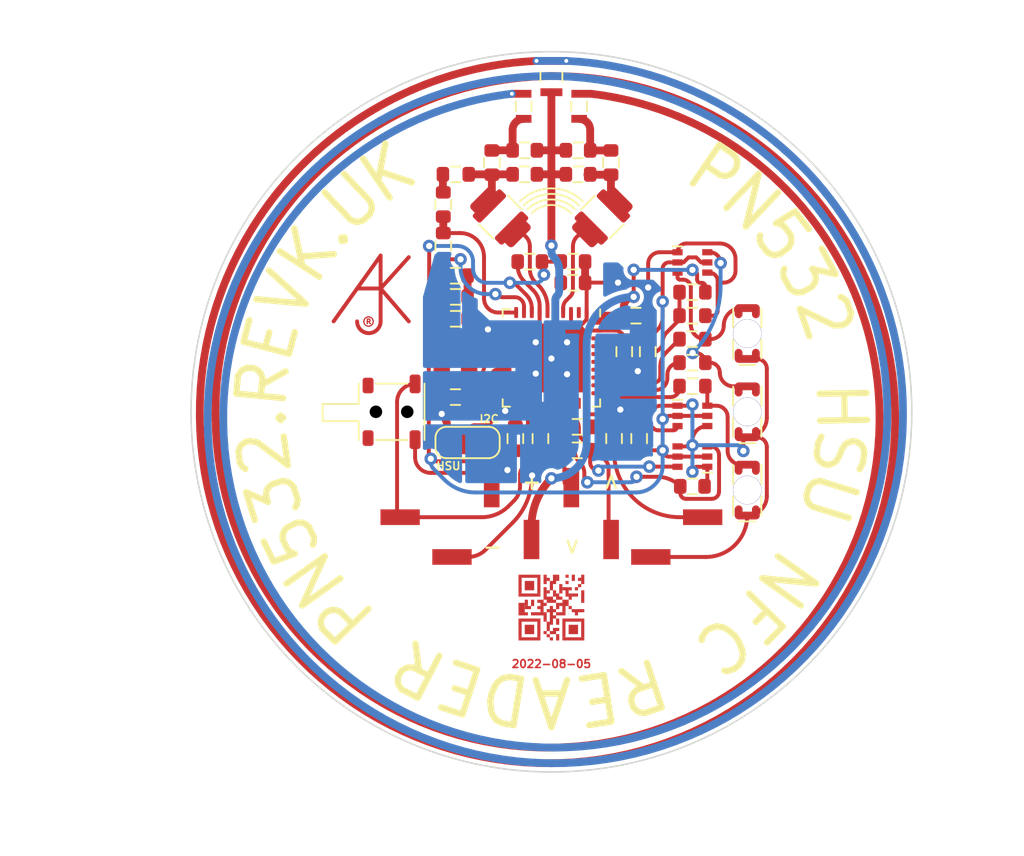
<source format=kicad_pcb>
(kicad_pcb (version 20211014) (generator pcbnew)
  (title_block (title "PN532 NFC reader (HSU)") (date "${DATE}") (rev "7") (company "Adrian Kennard Andrews & Arnold Ltd") (comment 1 "www.m.euk"))
  (layers (0 "F.Cu" signal) (31 "B.Cu" signal) (34 "B.Paste" user) (35 "F.Paste" user) (36 "B.SilkS" user "B.Silkscreen") (37 "F.SilkS" user "F.Silkscreen") (38 "B.Mask" user) (39 "F.Mask" user) (44 "Edge.Cuts" user))
  (property "DATE" "2022-08-05")
  (net 0 "")
  (net 1 "GND")
  (net 2 "Net-(C3-Pad1)")
  (net 3 "Net-(C4-Pad2)")
  (net 4 "+3V3")
  (net 5 "Net-(C8-Pad2)")
  (net 6 "Net-(C8-Pad1)")
  (net 7 "+5V")
  (net 8 "Net-(C16-Pad1)")
  (net 9 "Net-(L2-Pad2)")
  (net 10 "Net-(L1-Pad1)")
  (net 11 "Net-(D1-Pad2)")
  (net 12 "Net-(D2-Pad2)")
  (net 13 "Net-(D3-Pad2)")
  (net 14 "Net-(C9-Pad1)")
  (net 15 "Net-(C17-Pad1)")
  (net 16 "Net-(J1-Pad2)")
  (net 17 "Net-(JP1-Pad2)")
  (net 18 "Net-(D6-Pad6)")
  (net 19 "Net-(R8-Pad1)")
  (net 20 "Net-(R9-Pad1)")
  (net 21 "Net-(C19-Pad1)")
  (net 36 "Net-(A1-Pad1)")
  (net 37 "Net-(A1-Pad3)")
  (net 38 "Net-(D4-Pad3)")
  (net 39 "Net-(R6-Pad1)")
  (net 40 "Net-(R10-Pad1)")
  (net 41 "Net-(J2-Pad2)")
  (net 42 "Net-(J3-Pad3)")
  (net 43 "Net-(J3-Pad4)")
  (footprint "RevK:Crystal-3.2x2.5" (layer "F.Cu") (at 93.875 96.56 90)
    (fp_text reference "Y1" hide)
    (fp_text value "27.12MHz")
  )
  (footprint "RevK:STP_156120xx7530" (layer "F.Cu") (at 112.5 100 90)
    (fp_text reference "D2" hide)
    (fp_text value "A")
  )
  (footprint "RevK:STP_156120xx7530" (layer "F.Cu") (at 112.5 95 90)
    (fp_text reference "D3" hide)
    (fp_text value "R")
  )
  (footprint "RevK:ESE13" (layer "F.Cu") (at 89.8 100 180)
    (fp_text reference "SW1" hide)
    (fp_text value "ESE13V01D")
  )
  (footprint "RevK:STP_156120xx7530" (layer "F.Cu") (at 112.5 105 90)
    (fp_text reference "D1" hide)
    (fp_text value "G")
  )
  (footprint "RevK:C_0603" (layer "F.Cu") (at 101.375 91.76)
    (fp_text reference "C7" hide)
    (fp_text value "100nF")
  )
  (footprint "RevK:C_0603" (layer "F.Cu") (at 103.8 84.085 90)
    (fp_text reference "C3" hide)
    (fp_text value "22pF")
  )
  (footprint "RevK:C_0603" (layer "F.Cu") (at 101.7 84.835)
    (fp_text reference "C5" hide)
    (fp_text value "220pF")
  )
  (footprint "RevK:R_0603" (layer "F.Cu") (at 109 92.36)
    (fp_text reference "R6" hide)
    (fp_text value "10K")
  )
  (footprint "RevK:R_0603" (layer "F.Cu") (at 93.9 84.835)
    (fp_text reference "R4" hide)
    (fp_text value "2K7 1%")
  )
  (footprint "RevK:C_0603" (layer "F.Cu") (at 106.15 96.16 -90)
    (fp_text reference "C13" hide)
    (fp_text value "4.7uF")
  )
  (footprint "RevK:C_0603" (layer "F.Cu") (at 105.4 93.86)
    (fp_text reference "C14" hide)
    (fp_text value "100nF")
  )
  (footprint "RevK:C_0603" (layer "F.Cu") (at 93.875 91.31)
    (fp_text reference "C9" hide)
    (fp_text value "100nF")
  )
  (footprint "RevK:C_0603" (layer "F.Cu") (at 93.875 94.06)
    (fp_text reference "C16" hide)
    (fp_text value "22pF")
  )
  (footprint "RevK:R_0603" (layer "F.Cu") (at 109 96.86)
    (fp_text reference "R9" hide)
    (fp_text value "100R")
  )
  (footprint "RevK:R_0603" (layer "F.Cu") (at 109 98.36)
    (fp_text reference "R8" hide)
    (fp_text value "100R")
  )
  (footprint "RevK:R_0603" (layer "F.Cu") (at 99.3 101.71 90)
    (fp_text reference "R11" hide)
    (fp_text value "10K")
  )
  (footprint "RevK:QFN-40-1EP_6x6mm_P0.5mm_EP4.6x4.6mm" (layer "F.Cu") (at 100 96.56 -90)
    (fp_text reference "U1" hide)
    (fp_text value "PN532")
  )
  (footprint "RevK:C_0603" (layer "F.Cu") (at 93.875 99.06 180)
    (fp_text reference "C17" hide)
    (fp_text value "22pF")
  )
  (footprint "RevK:PinHeader_1x02_P2.54mm_Vertical_SMD_Pin1Right" (layer "F.Cu") (at 108 108 180)
    (fp_text reference "J1" hide)
    (fp_text value "Bell")
  )
  (footprint "RevK:C_0603" (layer "F.Cu") (at 98.625 90.41 180)
    (fp_text reference "C12" hide)
    (fp_text value "100nF")
  )
  (footprint "RevK:R_0603" (layer "F.Cu") (at 93.1 89.41 -90)
    (fp_text reference "R5" hide)
    (fp_text value "1K 1%")
  )
  (footprint "RevK:R_0603" (layer "F.Cu") (at 109 93.86)
    (fp_text reference "R7" hide)
    (fp_text value "20K")
  )
  (footprint "RevK:R_0603" (layer "F.Cu") (at 109 95.36)
    (fp_text reference "R10" hide)
    (fp_text value "100R")
  )
  (footprint "RevK:C_0603" (layer "F.Cu") (at 97.7 101.71 90)
    (fp_text reference "C18" hide)
    (fp_text value "100nF")
  )
  (footprint "RevK:C_0603" (layer "F.Cu") (at 104.65 96.16 -90)
    (fp_text reference "C11" hide)
    (fp_text value "100nF")
  )
  (footprint "RevK:C_0603" (layer "F.Cu") (at 93.1 86.76 90)
    (fp_text reference "C8" hide)
    (fp_text value "1nF")
  )
  (footprint "RevK:PinHeader_1x04_P2.54mm_Vertical_SMD_Pin1Right" (layer "F.Cu") (at 100 106.5 90)
    (fp_text reference "J3" hide)
    (fp_text value "TSM-104-02-L-SV")
  )
  (footprint "RevK:C_0603" (layer "F.Cu") (at 101.375 90.41)
    (fp_text reference "C10" hide)
    (fp_text value "4.7uF")
  )
  (footprint "RevK:C_0603" (layer "F.Cu") (at 101.7 83.3 180)
    (fp_text reference "C1" hide)
    (fp_text value "160pF")
  )
  (footprint "RevK:C_0603" (layer "F.Cu") (at 98.3 84.835 180)
    (fp_text reference "C6" hide)
    (fp_text value "220pF")
  )
  (footprint "RevK:R_0603" (layer "F.Cu") (at 105.6 101.71 90)
    (fp_text reference "R15" hide)
    (fp_text value "10K")
  )
  (footprint "RevK:SolderJumper3" (layer "F.Cu") (at 94.65 101.96)
    (fp_text reference "JP1" hide)
    (fp_text value "I1" hide)
  )
  (footprint "RevK:R_0603" (layer "F.Cu") (at 101.65 102.46)
    (fp_text reference "R13" hide)
    (fp_text value "100R")
  )
  (footprint "RevK:C_0603" (layer "F.Cu") (at 93.875 92.66)
    (fp_text reference "C15" hide)
    (fp_text value "4.7uF")
  )
  (footprint "RevK:R_0603" (layer "F.Cu") (at 101.65 100.96 180)
    (fp_text reference "R14" hide)
    (fp_text value "100R")
  )
  (footprint "RevK:L_1206_1008" (layer "F.Cu") (at 103.25 87.56 45)
    (fp_text reference "L1" hide)
    (fp_text value "560nH")
  )
  (footprint "RevK:L_1206_1008" (layer "F.Cu") (at 96.75 87.56 -45)
    (fp_text reference "L2" hide)
    (fp_text value "560nH")
  )
  (footprint "RevK:C_0603" (layer "F.Cu") (at 96.2 84.085 -90)
    (fp_text reference "C4" hide)
    (fp_text value "22pF")
  )
  (footprint "RevK:R_0603" (layer "F.Cu") (at 104 101.71 -90)
    (fp_text reference "R12" hide)
    (fp_text value "100R")
  )
  (footprint "RevK:SOT-363_SC-70-6" (layer "F.Cu") (at 109 90.46)
    (fp_text reference "D5" hide)
    (fp_text value "BAV99S")
  )
  (footprint "RevK:QR-PN532" (layer "F.Cu") (at 100 112.5)
    (fp_text reference "U2" hide)
    (fp_text value "QR" hide)
  )
  (footprint "RevK:C_0603" (layer "F.Cu") (at 109 104.76)
    (fp_text reference "C19" hide)
    (fp_text value "33pF")
  )
  (footprint "RevK:SOT-363_SC-70-6" (layer "F.Cu") (at 109 100.26)
    (fp_text reference "D4" hide)
    (fp_text value "BAV99S")
  )
  (footprint "RevK:SOT-363_SC-70-6" (layer "F.Cu") (at 109 102.86 180)
    (fp_text reference "D6" hide)
    (fp_text value "BAV99S")
  )
  (footprint "RevK:AJK" (layer "F.Cu") (at 89.1 92.125)
    (fp_text reference "AJK1" hide)
    (fp_text value "AJK" hide)
  )
  (footprint "RevK:C_0603" (layer "F.Cu") (at 98.3 83.3 180)
    (fp_text reference "C2" hide)
    (fp_text value "160pF")
  )
  (footprint "RevK:R_0805_" (layer "F.Cu") (at 100 78.59 90)
    (fp_text reference "R2" hide)
    (fp_text value "0R")
  )
  (footprint "RevK:PinHeader_1x02_P2.54mm_Vertical_SMD_Pin1Left" (layer "F.Cu") (at 92 108 180)
    (fp_text reference "J2" hide)
    (fp_text value "Bell")
  )
  (footprint "RevK:R_0603_" (layer "F.Cu") (at 101.77 80.49 90)
    (fp_text reference "R3" hide)
    (fp_text value "0R")
  )
  (footprint "RevK:R_0603_" (layer "F.Cu") (at 98.23 80.49 90)
    (fp_text reference "R1" hide)
    (fp_text value "0R")
  )
  (footprint "RevK:PN532-Antenna6" (layer "F.Cu") (at 100 100)
    (fp_text reference "A1" hide)
    (fp_text value "PN532-Antenna" hide)
    (fp_circle (center 0 0) (end 23 0) (layer "Edge.Cuts") (width 0.1) (fill none))
  )
  (gr_arc (start 98.250001 86.810001) (mid 100 86.085128) (end 101.749999 86.810001) (layer "F.SilkS") (width 0.12))
  (gr_arc (start 98.750001 87.310001) (mid 100 86.792234) (end 101.249999 87.310001) (layer "F.SilkS") (width 0.12))
  (gr_arc (start 98.000001 86.560001) (mid 100 85.731574) (end 101.999999 86.560001) (layer "F.SilkS") (width 0.12))
  (gr_arc (start 98.500001 87.060001) (mid 100 86.438681) (end 101.499999 87.060001) (layer "F.SilkS") (width 0.12))
  (gr_text "I2C" (at 96.7 100.46) (layer "F.SilkS") (effects (font (size 0.5 0.5) (thickness 0.1)) (justify right)))
  (gr_text "HSU" (at 92.6 103.46) (layer "F.SilkS") (effects (font (size 0.5 0.5) (thickness 0.1)) (justify left)))
  (gr_text "<" (at 101.25 107.9 90) (layer "F.SilkS") (effects (font (size 1 1)) (justify right)))
  (gr_text ">" (at 103.75 103.75 90) (layer "F.SilkS") (effects (font (size 1 1)) (justify right)))
  (gr_text "-" (at 96.25 108.75 180) (layer "F.SilkS") (effects (font (size 1 1))))
  (gr_text "+" (at 98.75 104.6 180) (layer "F.SilkS") (effects (font (size 1 1))))
  (segment (start 106.175 92.06) (end 106.175 93.86) (width 0.5) (layer "F.Cu") (net 1))
  (segment (start 105.525 97.392857) (end 105.514175 97.403682) (width 0.5) (layer "F.Cu") (net 1))
  (segment (start 109.95 104.585) (end 109.775 104.76) (width 0.25) (layer "F.Cu") (net 1))
  (segment (start 112.25 102.5) (end 112.25 101.875) (width 0.25) (layer "F.Cu") (net 1))
  (segment (start 108.949253 99.61) (end 109.023753 99.5355) (width 0.25) (layer "F.Cu") (net 1))
  (segment (start 100 89.385) (end 100 79.59) (width 0.5) (layer "F.Cu") (net 1))
  (segment (start 96.975066 103.783932) (end 97.129002 103.783932) (width 0.25) (layer "F.Cu") (net 1))
  (segment (start 91.3 101.78) (end 91.3 102.9) (width 0.25) (layer "F.Cu") (net 1))
  (segment (start 93.35 101.96) (end 93.35 100.979474) (width 0.5) (layer "F.Cu") (net 1))
  (segment (start 94.678479 109.27) (end 93.655 109.27) (width 0.25) (layer "F.Cu") (net 1))
  (segment (start 99.075 84.835) (end 99.95 84.835) (width 0.5) (layer "F.Cu") (net 1))
  (segment (start 102.16 91.75) (end 104.25 91.75) (width 0.25) (layer "F.Cu") (net 1))
  (segment (start 102.25 93.66) (end 102.25 92.001421) (width 0.25) (layer "F.Cu") (net 1))
  (segment (start 101.25 93.535) (end 101.25 95.31) (width 0.25) (layer "F.Cu") (net 1))
  (segment (start 108.925 102.21) (end 109 102.135) (width 0.25) (layer "F.Cu") (net 1))
  (segment (start 111.75 90.25) (end 111.75 91) (width 0.25) (layer "F.Cu") (net 1))
  (segment (start 94.65 92.66) (end 94.65 94.06) (width 0.5) (layer "F.Cu") (net 1))
  (segment (start 99.25 93.535) (end 99.25 95.31) (width 0.25) (layer "F.Cu") (net 1))
  (segment (start 99.075 83.3) (end 100.925 83.3) (width 0.5) (layer "F.Cu") (net 1))
  (segment (start 104.4 99.86) (end 106.358579 99.86) (width 0.25) (layer "F.Cu") (net 1))
  (segment (start 110.6125 91.8875) (end 110.6125 93.5475) (width 0.25) (layer "F.Cu") (net 1))
  (segment (start 92.3 103.9) (end 95.245 103.9) (width 0.25) (layer "F.Cu") (net 1))
  (segment (start 106.962132 99.61) (end 108.05 99.61) (width 0.25) (layer "F.Cu") (net 1))
  (segment (start 106.92 89.81) (end 108.05 89.81) (width 0.25) (layer "F.Cu") (net 1))
  (segment (start 111 91.75) (end 110.75 91.75) (width 0.25) (layer "F.Cu") (net 1))
  (segment (start 102.15 90.41) (end 102.15 91.76) (width 0.5) (layer "F.Cu") (net 1))
  (segment (start 109.855 109.27) (end 106.845 109.27) (width 0.25) (layer "F.Cu") (net 1))
  (segment (start 94.75 95.41) (end 95.275 95.41) (width 0.5) (layer "F.Cu") (net 1))
  (segment (start 112.5 101.625) (end 113.125 101.625) (width 0.25) (layer "F.Cu") (net 1))
  (segment (start 102.25 93.66) (end 102.25 94.03929) (width 0.25) (layer "F.Cu") (net 1))
  (segment (start 110.3 93.86) (end 109.825 93.86) (width 0.25) (layer "F.Cu") (net 1))
  (segment (start 102.2 94.16) (end 101.141422 95.218578) (width 0.25) (layer "F.Cu") (net 1))
  (segment (start 97.85 90.41) (end 97.85 90.682451) (width 0.25) (layer "F.Cu") (net 1))
  (segment (start 113.75 97.25) (end 113.75 100.375) (width 0.25) (layer "F.Cu") (net 1))
  (segment (start 97.129002 103.783932) (end 97.195244 103.71769) (width 0.25) (layer "F.Cu") (net 1))
  (segment (start 94.65 94.06) (end 94.65 95.31) (width 0.5) (layer "F.Cu") (net 1))
  (segment (start 94.65 91.31) (end 94.65 92.66) (width 0.5) (layer "F.Cu") (net 1))
  (segment (start 109.32 103.51) (end 109.95 103.51) (width 0.25) (layer "F.Cu") (net 1))
  (segment (start 105.525 96.935) (end 106.25 96.935) (width 0.5) (layer "F.Cu") (net 1))
  (segment (start 93.1 99.06) (end 93.1 99.893079) (width 0.5) (layer "F.Cu") (net 1))
  (segment (start 99.25 95.31) (end 99 95.56) (width 0.25) (layer "F.Cu") (net 1))
  (segment (start 109 101.86) (end 109 102.135) (width 0.25) (layer "F.Cu") (net 1))
  (segment (start 98.75 97.81) (end 99 97.56) (width 0.25) (layer "F.Cu") (net 1))
  (segment (start 96.975 96.81) (end 98.25 96.81) (width 0.25) (layer "F.Cu") (net 1))
  (segment (start 104.75 96.935) (end 105.525 96.935) (width 0.5) (layer "F.Cu") (net 1))
  (segment (start 93.1 99.06) (end 93.1 97.81) (width 0.5) (layer "F.Cu") (net 1))
  (segment (start 98.25 96.81) (end 99 97.56) (width 0.25) (layer "F.Cu") (net 1))
  (segment (start 96.19 104.845) (end 96.19 104.81) (width 0.25) (layer "F.Cu") (net 1))
  (segment (start 100.925 84.835) (end 99.95 84.835) (width 0.5) (layer "F.Cu") (net 1))
  (segment (start 98.828475 92.231525) (end 98.253475 91.656525) (width 0.25) (layer "F.Cu") (net 1))
  (segment (start 105.525 96.935) (end 105.525 97.392857) (width 0.5) (layer "F.Cu") (net 1))
  (segment (start 109.95 91.11) (end 110.075 91.11) (width 0.25) (layer "F.Cu") (net 1))
  (segment (start 113.75 102.25) (end 113.75 105.375) (width 0.25) (layer "F.Cu") (net 1))
  (segment (start 108.05 102.21) (end 108.925 102.21) (width 0.25) (layer "F.Cu") (net 1))
  (segment (start 110.6125 91.6475) (end 110.6125 91.8875) (width 0.25) (layer "F.Cu") (net 1))
  (segment (start 97.583466 94.343466) (end 98.658578 95.418578) (width 0.25) (layer "F.Cu") (net 1))
  (segment (start 97.7 100.935) (end 97.7 100.585251) (width 0.25) (layer "F.Cu") (net 1))
  (segment (start 101.25 95.31) (end 101 95.56) (width 0.25) (layer "F.Cu") (net 1))
  (segment (start 109.95 103.51) (end 109.95 104.585) (width 0.25) (layer "F.Cu") (net 1))
  (segment (start 108.05 99.61) (end 108.949253 99.61) (width 0.25) (layer "F.Cu") (net 1))
  (segment (start 108.61 89.25) (end 110.75 89.25) (width 0.25) (layer "F.Cu") (net 1))
  (segment (start 95.803854 108.803854) (end 97.51751 107.090197) (width 0.25) (layer "F.Cu") (net 1))
  (segment (start 96.975 97.81) (end 98.75 97.81) (width 0.25) (layer "F.Cu") (net 1))
  (segment (start 97.1 94.31) (end 97.502672 94.31) (width 0.25) (layer "F.Cu") (net 1))
  (segment (start 106.175 92.06) (end 106.175 90.555) (width 0.25) (layer "F.Cu") (net 1))
  (segment (start 112.5 96.625) (end 113.125 96.625) (width 0.25) (layer "F.Cu") (net 1))
  (segment (start 99.25 93.66) (end 99.25 93.249176) (width 0.25) (layer "F.Cu") (net 1))
  (via (at 104.4 99.86) (size 0.8) (drill 0.4) (layers "F.Cu" "B.Cu") (net 1))
  (via (at 93 100.1345) (size 0.8) (drill 0.4) (layers "F.Cu" "B.Cu") (net 1))
  (via (at 101 97.6) (size 0.8) (drill 0.4) (layers "F.Cu" "B.Cu") (net 1))
  (via (at 105.514175 97.403682) (size 0.8) (drill 0.4) (layers "F.Cu" "B.Cu") (net 1))
  (via (at 100 89.385) (size 0.8) (drill 0.4) (layers "F.Cu" "B.Cu") (net 1))
  (via (at 100 96.6) (size 0.8) (drill 0.4) (layers "F.Cu" "B.Cu") (net 1))
  (via (at 109 103.83) (size 0.8) (drill 0.4) (layers "F.Cu" "B.Cu") (net 1))
  (via (at 99 95.56) (size 0.8) (drill 0.4) (layers "F.Cu" "B.Cu") (net 1))
  (via (at 99 97.56) (size 0.8) (drill 0.4) (layers "F.Cu" "B.Cu") (net 1))
  (via (at 97.053825 99.939076) (size 0.8) (drill 0.4) (layers "F.Cu" "B.Cu") (net 1))
  (via (at 104.25 91.75) (size 0.8) (drill 0.4) (layers "F.Cu" "B.Cu") (net 1))
  (via (at 97.195244 103.71769) (size 0.8) (drill 0.4) (layers "F.Cu" "B.Cu") (net 1))
  (via (at 106.175 92.06) (size 0.8) (drill 0.4) (layers "F.Cu" "B.Cu") (net 1))
  (via (at 109 99.5355) (size 0.8) (drill 0.4) (layers "F.Cu" "B.Cu") (net 1))
  (via (at 98.769153 104.068465) (size 0.8) (drill 0.4) (layers "F.Cu" "B.Cu") (net 1))
  (via (at 109 102.135) (size 0.8) (drill 0.4) (layers "F.Cu" "B.Cu") (net 1))
  (via (at 101 95.56) (size 0.8) (drill 0.4) (layers "F.Cu" "B.Cu") (net 1))
  (via (at 112.25 102.5) (size 0.8) (drill 0.4) (layers "F.Cu" "B.Cu") (net 1))
  (via (at 95.95 94.735) (size 0.8) (drill 0.4) (layers "F.Cu" "B.Cu") (net 1))
  (arc (start 97.502672 94.31) (mid 97.546397 94.318698) (end 97.583466 94.343466) (width 0.25) (layer "F.Cu") (net 1))
  (arc (start 102.25 94.03929) (mid 102.237006 94.104617) (end 102.2 94.16) (width 0.25) (layer "F.Cu") (net 1))
  (arc (start 91.3 102.9) (mid 91.592893 103.607107) (end 92.3 103.9) (width 0.25) (layer "F.Cu") (net 1))
  (arc (start 96.19 104.81) (mid 96.409045 104.164713) (end 96.975066 103.783932) (width 0.25) (layer "F.Cu") (net 1))
  (arc (start 106.175 90.555) (mid 106.393205 90.028205) (end 106.92 89.81) (width 0.25) (layer "F.Cu") (net 1))
  (arc (start 106.358579 99.86) (mid 106.489235 99.834011) (end 106.6 99.76) (width 0.25) (layer "F.Cu") (net 1))
  (arc (start 113.75 105.375) (mid 113.383883 106.258883) (end 112.5 106.625) (width 0.25) (layer "F.Cu") (net 1))
  (arc (start 111.75 91) (mid 111.53033 91.53033) (end 111 91.75) (width 0.25) (layer "F.Cu") (net 1))
  (arc (start 93.35 100.979474) (mid 93.259038 100.522178) (end 93 100.1345) (width 0.5) (layer "F.Cu") (net 1))
  (arc (start 98.769153 104.068465) (mid 98.443862 105.703815) (end 97.51751 107.090197) (width 0.25) (layer "F.Cu") (net 1))
  (arc (start 113.125 101.625) (mid 113.566942 101.808058) (end 113.75 102.25) (width 0.25) (layer "F.Cu") (net 1))
  (arc (start 109 103.83) (mid 109.093726 103.603726) (end 109.32 103.51) (width 0.25) (layer "F.Cu") (net 1))
  (arc (start 97.85 90.682451) (mid 97.95486 91.209616) (end 98.253475 91.656525) (width 0.25) (layer "F.Cu") (net 1))
  (arc (start 102.15 91.76) (mid 102.152929 91.752929) (end 102.16 91.75) (width 0.25) (layer "F.Cu") (net 1))
  (arc (start 101.141422 95.218578) (mid 101.036755 95.375223) (end 101 95.56) (width 0.25) (layer "F.Cu") (net 1))
  (arc (start 113.125 96.625) (mid 113.566942 96.808058) (end 113.75 97.25) (width 0.25) (layer "F.Cu") (net 1))
  (arc (start 102.25 92.001421) (mid 102.224011 91.870765) (end 102.15 91.76) (width 0.25) (layer "F.Cu") (net 1))
  (arc (start 110.75 89.25) (mid 111.457107 89.542893) (end 111.75 90.25) (width 0.25) (layer "F.Cu") (net 1))
  (arc (start 109.95 100.91) (mid 109.278249 101.188249) (end 109 101.86) (width 0.25) (layer "F.Cu") (net 1))
  (arc (start 108.05 89.81) (mid 108.21402 89.41402) (end 108.61 89.25) (width 0.25) (layer "F.Cu") (net 1))
  (arc (start 106.6 99.76) (mid 106.766147 99.648984) (end 106.962132 99.61) (width 0.25) (layer "F.Cu") (net 1))
  (arc (start 93.1 99.893079) (mid 93.074011 100.023735) (end 93 100.1345) (width 0.5) (layer "F.Cu") (net 1))
  (arc (start 110.75 91.75) (mid 110.652773 91.790273) (end 110.6125 91.8875) (width 0.25) (layer "F.Cu") (net 1))
  (arc (start 112.25 101.875) (mid 112.323223 101.698223) (end 112.5 101.625) (width 0.25) (layer "F.Cu") (net 1))
  (arc (start 95.245 103.9) (mid 95.913216 104.176784) (end 96.19 104.845) (width 0.25) (layer "F.Cu") (net 1))
  (arc (start 94.65 95.31) (mid 94.679289 95.380711) (end 94.75 95.41) (width 0.5) (layer "F.Cu") (net 1))
  (arc (start 97.7 100.585251) (mid 97.51074 100.128336) (end 97.053825 99.939076) (width 0.25) (layer "F.Cu") (net 1))
  (arc (start 113.75 100.375) (mid 113.383883 101.258883) (end 112.5 101.625) (width 0.25) (layer "F.Cu") (net 1))
  (arc (start 95.803854 108.803854) (mid 95.287527 109.148853) (end 94.678479 109.27) (width 0.25) (layer "F.Cu") (net 1))
  (arc (start 112.5 106.625) (mid 111.725297 108.495297) (end 109.855 109.27) (width 0.25) (layer "F.Cu") (net 1))
  (arc (start 95.275 95.41) (mid 95.752297 95.212297) (end 95.95 94.735) (width 0.5) (layer "F.Cu") (net 1))
  (arc (start 93.1 97.81) (mid 93.070711 97.739289) (end 93 97.71) (width 0.5) (layer "F.Cu") (net 1))
  (arc (start 98.658578 95.418578) (mid 98.815223 95.523245) (end 99 95.56) (width 0.25) (layer "F.Cu") (net 1))
  (arc (start 110.6125 93.5475) (mid 110.520971 93.768471) (end 110.3 93.86) (width 0.25) (layer "F.Cu") (net 1))
  (arc (start 99.25 93.249176) (mid 99.14045 92.698428) (end 98.828475 92.231525) (width 0.25) (layer "F.Cu") (net 1))
  (arc (start 110.075 91.11) (mid 110.45507 91.26743) (end 110.6125 91.6475) (width 0.25) (layer "F.Cu") (net 1))
  (segment (start 109 102.135) (end 111.885 102.135) (width 0.25) (layer "B.Cu") (net 1))
  (segment (start 109 102.135) (end 109 103.83) (width 0.25) (layer "B.Cu") (net 1))
  (segment (start 109 102.135) (end 109 99.5355) (width 0.25) (layer "B.Cu") (net 1))
  (segment (start 100.499501 90.95377) (end 100.499501 92.249073) (width 0.5) (layer "B.Cu") (net 1))
  (segment (start 100.75 95.56) (end 101 95.56) (width 0.5) (layer "B.Cu") (net 1))
  (segment (start 100 89.385) (end 100 89.747868) (width 0.5) (layer "B.Cu") (net 1))
  (segment (start 100.25 92.851421) (end 100.25 95.06) (width 0.5) (layer "B.Cu") (net 1))
  (arc (start 100 89.747868) (mid 100.038983 89.943852) (end 100.15 90.11) (width 0.5) (layer "B.Cu") (net 1))
  (arc (start 100.15 90.11) (mid 100.408669 90.497125) (end 100.499501 90.95377) (width 0.5) (layer "B.Cu") (net 1))
  (arc (start 100.499501 92.249073) (mid 100.460647 92.444405) (end 100.35 92.61) (width 0.5) (layer "B.Cu") (net 1))
  (arc (start 111.885 102.135) (mid 112.143094 102.241906) (end 112.25 102.5) (width 0.25) (layer "B.Cu") (net 1))
  (arc (start 100.25 95.06) (mid 100.396447 95.413553) (end 100.75 95.56) (width 0.5) (layer "B.Cu") (net 1))
  (arc (start 100.35 92.61) (mid 100.275989 92.720765) (end 100.25 92.851421) (width 0.5) (layer "B.Cu") (net 1))
  (segment (start 103.8 84.835) (end 103.8 86.130102) (width 0.5) (layer "F.Cu") (net 2))
  (segment (start 103.8 84.86) (end 102.3 84.86) (width 0.5) (layer "F.Cu") (net 2))
  (segment (start 103.8 86.130102) (end 104.239949 86.570051) (width 0.5) (layer "F.Cu") (net 2))
  (segment (start 96.175 84.835) (end 96.2 84.86) (width 0.5) (layer "F.Cu") (net 3))
  (segment (start 96.2 86.130102) (end 95.760051 86.570051) (width 0.5) (layer "F.Cu") (net 3))
  (segment (start 94.725 84.835) (end 96.175 84.835) (width 0.5) (layer "F.Cu") (net 3))
  (segment (start 97.525 84.835) (end 96.225 84.835) (width 0.5) (layer "F.Cu") (net 3))
  (segment (start 96.2 84.835) (end 96.2 86.130102) (width 0.5) (layer "F.Cu") (net 3))
  (segment (start 96.225 84.835) (end 96.2 84.86) (width 0.5) (layer "F.Cu") (net 3))
  (segment (start 92.46 103.16) (end 95.4 103.16) (width 0.25) (layer "F.Cu") (net 4))
  (segment (start 107.1 93.96) (end 107.1 92.96) (width 0.25) (layer "F.Cu") (net 4))
  (segment (start 100.6 91.76) (end 100.6 92.177158) (width 0.25) (layer "F.Cu") (net 4))
  (segment (start 108.43 90.46) (end 108.75 90.14) (width 0.25) (layer "F.Cu") (net 4))
  (segment (start 98.5 100.301421) (end 98.5 102.424645) (width 0.25) (layer "F.Cu") (net 4))
  (segment (start 107.1 92.96) (end 107.1 90.86) (width 0.25) (layer "F.Cu") (net 4))
  (segment (start 98.75 93.66) (end 98.75 93.392957) (width 0.25) (layer "F.Cu") (net 4))
  (segment (start 97.824149 91.956399) (end 98.388875 92.521125) (width 0.25) (layer "F.Cu") (net 4))
  (segment (start 95.95 101.96) (end 95.95 102.61) (width 0.25) (layer "F.Cu") (net 4))
  (segment (start 108.05 90.46) (end 108.43 90.46) (width 0.25) (layer "F.Cu") (net 4))
  (segment (start 92.175489 93.434511) (end 92.175489 102.875489) (width 0.25) (layer "F.Cu") (net 4))
  (segment (start 99.3 102.585) (end 99.275 102.585) (width 0.25) (layer "F.Cu") (net 4))
  (segment (start 107.5 102.86) (end 108.05 102.86) (width 0.25) (layer "F.Cu") (net 4))
  (segment (start 109.56 90.46) (end 109.95 90.46) (width 0.25) (layer "F.Cu") (net 4))
  (segment (start 102.9 94.81) (end 104.075 94.81) (width 0.25) (layer "F.Cu") (net 4))
  (segment (start 99.25 102.485) (end 99.3 102.535) (width 0.25) (layer "F.Cu") (net 4))
  (segment (start 97.7 102.485) (end 98.525 102.485) (width 0.25) (layer "F.Cu") (net 4))
  (segment (start 92.2 89.41) (end 92.2 91.76) (width 0.25) (layer "F.Cu") (net 4))
  (segment (start 100.6 90.41) (end 99.4 90.41) (width 0.25) (layer "F.Cu") (net 4))
  (segment (start 97.424264 102.46) (end 97.7 102.46) (width 0.25) (layer "F.Cu") (net 4))
  (segment (start 108.75 90.14) (end 109.24 90.14) (width 0.25) (layer "F.Cu") (net 4))
  (segment (start 95.95 101.96) (end 96.217158 101.96) (width 0.25) (layer "F.Cu") (net 4))
  (segment (start 109.24 90.14) (end 109.56 90.46) (width 0.25) (layer "F.Cu") (net 4))
  (segment (start 99.4 90.41) (end 99.4 91.085) (width 0.25) (layer "F.Cu") (net 4))
  (segment (start 108.05 102.86) (end 109.95 102.86) (width 0.25) (layer "F.Cu") (net 4))
  (segment (start 106.15 95.385) (end 106.6875 94.8475) (width 0.25) (layer "F.Cu") (net 4))
  (segment (start 108.05 100.26) (end 107.56129 100.26) (width 0.25) (layer "F.Cu") (net 4))
  (segment (start 107.1 102.46) (end 105.781066 102.46) (width 0.25) (layer "F.Cu") (net 4))
  (segment (start 106.15 95.385) (end 104.65 95.385) (width 0.25) (layer "F.Cu") (net 4))
  (segment (start 106.764124 94.770875) (end 106.6875 94.8475) (width 0.25) (layer "F.Cu") (net 4))
  (segment (start 98.75 99.46) (end 98.75 99.697868) (width 0.25) (layer "F.Cu") (net 4))
  (segment (start 107.5 90.46) (end 108.05 90.46) (width 0.25) (layer "F.Cu") (net 4))
  (segment (start 98.525 102.485) (end 99.25 102.485) (width 0.25) (layer "F.Cu") (net 4))
  (segment (start 108.05 100.26) (end 109.95 100.26) (width 0.25) (layer "F.Cu") (net 4))
  (segment (start 100.25 93.022132) (end 100.25 93.66) (width 0.25) (layer "F.Cu") (net 4))
  (segment (start 93.1 92.66) (end 92.95 92.66) (width 0.25) (layer "F.Cu") (net 4))
  (segment (start 100.6 90.41) (end 100.6 91.76) (width 0.25) (layer "F.Cu") (net 4))
  (via (at 97.35 91.76) (size 0.8) (drill 0.4) (layers "F.Cu" "B.Cu") (net 4))
  (via (at 107.1 92.96) (size 0.8) (drill 0.4) (layers "F.Cu" "B.Cu") (net 4))
  (via (at 92.3 103) (size 0.8) (drill 0.4) (layers "F.Cu" "B.Cu") (net 4))
  (via (at 92.2 89.41) (size 0.8) (drill 0.4) (layers "F.Cu" "B.Cu") (net 4))
  (via (at 107.1 100.459989) (size 0.8) (drill 0.4) (layers "F.Cu" "B.Cu") (net 4))
  (via (at 107.1 102.46) (size 0.8) (drill 0.4) (layers "F.Cu" "B.Cu") (net 4))
  (via (at 99.522431 91.240773) (size 0.8) (drill 0.4) (layers "F.Cu" "B.Cu") (net 4))
  (arc (start 92.175489 102.875489) (mid 92.211957 102.963532) (end 92.3 103) (width 0.25) (layer "F.Cu") (net 4))
  (arc (start 96.217158 101.96) (mid 96.47847 102.011978) (end 96.7 102.16) (width 0.25) (layer "F.Cu") (net 4))
  (arc (start 96.7 102.16) (mid 97.032294 102.382033) (end 97.424264 102.46) (width 0.25) (layer "F.Cu") (net 4))
  (arc (start 100.6 92.177158) (mid 100.548022 92.43847) (end 100.4 92.66) (width 0.25) (layer "F.Cu") (net 4))
  (arc (start 107.56129 100.26) (mid 107.299992 100.311975) (end 107.078474 100.459989) (width 0.25) (layer "F.Cu") (net 4))
  (arc (start 92.2 91.76) (mid 92.463604 92.396396) (end 93.1 92.66) (width 0.25) (layer "F.Cu") (net 4))
  (arc (start 107.1 93.96) (mid 107.012709 94.398843) (end 106.764124 94.770875) (width 0.25) (layer "F.Cu") (net 4))
  (arc (start 92.95 92.66) (mid 92.402338 92.886849) (end 92.175489 93.434511) (width 0.25) (layer "F.Cu") (net 4))
  (arc (start 98.75 93.392957) (mid 98.656147 92.921125) (end 98.388875 92.521125) (width 0.25) (layer "F.Cu") (net 4))
  (arc (start 95.4 103.16) (mid 95.788909 102.998909) (end 95.95 102.61) (width 0.25) (layer "F.Cu") (net 4))
  (arc (start 99.4 91.085) (mid 99.429289 91.155711) (end 99.5 91.185) (width 0.25) (layer "F.Cu") (net 4))
  (arc (start 107.1 90.86) (mid 107.217157 90.577157) (end 107.5 90.46) (width 0.25) (layer "F.Cu") (net 4))
  (arc (start 107.1 102.46) (mid 107.217157 102.742843) (end 107.5 102.86) (width 0.25) (layer "F.Cu") (net 4))
  (arc (start 100.4 92.66) (mid 100.288984 92.826147) (end 100.25 93.022132) (width 0.25) (layer "F.Cu") (net 4))
  (arc (start 104.075 94.81) (mid 104.481586 94.978414) (end 104.65 95.385) (width 0.25) (layer "F.Cu") (net 4))
  (arc (start 97.35 91.76) (mid 97.606608 91.811042) (end 97.824149 91.956399) (width 0.25) (layer "F.Cu") (net 4))
  (arc (start 98.5 100.301421) (mid 98.525989 100.170765) (end 98.6 100.06) (width 0.25) (layer "F.Cu") (net 4))
  (arc (start 92.46 103.16) (mid 92.346863 103.113137) (end 92.3 103) (width 0.25) (layer "F.Cu") (net 4))
  (arc (start 98.5 102.424645) (mid 98.506496 102.457308) (end 98.525 102.485) (width 0.25) (layer "F.Cu") (net 4))
  (arc (start 98.75 99.697868) (mid 98.711016 99.893852) (end 98.6 100.06) (width 0.25) (layer "F.Cu") (net 4))
  (arc (start 105.781066 102.46) (mid 105.683074 102.479492) (end 105.6 102.535) (width 0.25) (layer "F.Cu") (net 4))
  (segment (start 105.388825 105.149501) (end 95.149501 105.149501) (width 0.25) (layer "B.Cu") (net 4))
  (segment (start 97.35 91.76) (end 95.9 91.76) (width 0.25) (layer "B.Cu") (net 4))
  (segment (start 92.3 103) (end 92.3 103.219584) (width 0.25) (layer "B.Cu") (net 4))
  (segment (start 94 89.41) (end 92.2 89.41) (width 0.25) (layer "B.Cu") (net 4))
  (segment (start 107.1 100.459989) (end 107.1 92.96) (width 0.25) (layer "B.Cu") (net 4))
  (segment (start 92.47 103.63) (end 93.169257 104.329257) (width 0.25) (layer "B.Cu") (net 4))
  (segment (start 107.1 102.46) (end 107.1 100.459989) (width 0.25) (layer "B.Cu") (net 4))
  (segment (start 97.35 91.76) (end 99.003204 91.76) (width 0.25) (layer "B.Cu") (net 4))
  (segment (start 95 90.41) (end 95 90.86) (width 0.25) (layer "B.Cu") (net 4))
  (segment (start 107.1 102.46) (end 107.1 103.438326) (width 0.25) (layer "B.Cu") (net 4))
  (arc (start 95 90.41) (mid 94.707107 89.702893) (end 94 89.41) (width 0.25) (layer "B.Cu") (net 4))
  (arc (start 99.003204 91.76) (mid 99.370353 91.607922) (end 99.522431 91.240773) (width 0.25) (layer "B.Cu") (net 4))
  (arc (start 107.1 103.438326) (mid 106.598808 104.648309) (end 105.388825 105.149501) (width 0.25) (layer "B.Cu") (net 4))
  (arc (start 92.3 103.219584) (mid 92.344182 103.441699) (end 92.47 103.63) (width 0.25) (layer "B.Cu") (net 4))
  (arc (start 93.169257 104.329257) (mid 94.077801 104.936326) (end 95.149501 105.149501) (width 0.25) (layer "B.Cu") (net 4))
  (arc (start 95.9 91.76) (mid 95.263604 91.496396) (end 95 90.86) (width 0.25) (layer "B.Cu") (net 4))
  (segment (start 93.075 85.96) (end 93.1 85.985) (width 0.5) (layer "F.Cu") (net 5))
  (segment (start 93.075 84.81) (end 93.075 85.96) (width 0.5) (layer "F.Cu") (net 5))
  (segment (start 97.75 93.66) (end 96.6 93.66) (width 0.25) (layer "F.Cu") (net 6))
  (segment (start 95.7 92.76) (end 95.7 90.11) (width 0.25) (layer "F.Cu") (net 6))
  (segment (start 94.175 88.585) (end 93.1 88.585) (width 0.25) (layer "F.Cu") (net 6))
  (segment (start 93.1 87.535) (end 93.1 88.585) (width 0.5) (layer "F.Cu") (net 6))
  (arc (start 95.7 90.11) (mid 95.253338 89.031662) (end 94.175 88.585) (width 0.25) (layer "F.Cu") (net 6))
  (arc (start 96.6 93.66) (mid 95.963604 93.396396) (end 95.7 92.76) (width 0.25) (layer "F.Cu") (net 6))
  (segment (start 109.300489 91.559511) (end 109.300489 91.284778) (width 0.25) (layer "F.Cu") (net 7))
  (segment (start 109.6 91.76) (end 109.500978 91.76) (width 0.25) (layer "F.Cu") (net 7))
  (segment (start 98.73 107.316051) (end 98.73 108.155) (width 0.5) (layer "F.Cu") (net 7))
  (segment (start 104.625 93.86) (end 103.3 93.86) (width 0.5) (layer "F.Cu") (net 7))
  (segment (start 104.625 93.86) (end 104.625 93.285) (width 0.5) (layer "F.Cu") (net 7))
  (segment (start 105.25 90.96) (end 105.25 92.66) (width 0.25) (layer "F.Cu") (net 7))
  (via (at 105.25 92.66) (size 0.8) (drill 0.4) (layers "F.Cu" "B.Cu") (net 7))
  (via (at 109 90.935) (size 0.8) (drill 0.4) (layers "F.Cu" "B.Cu") (net 7))
  (via (at 100 104.25) (size 0.8) (drill 0.4) (layers "F.Cu" "B.Cu") (net 7))
  (via (at 105.25 90.935) (size 0.8) (drill 0.4) (layers "F.Cu" "B.Cu") (net 7))
  (arc (start 109.500978 91.76) (mid 109.359211 91.701278) (end 109.300489 91.559511) (width 0.25) (layer "F.Cu") (net 7))
  (arc (start 103.3 93.86) (mid 103.087868 93.947868) (end 103 94.16) (width 0.5) (layer "F.Cu") (net 7))
  (arc (start 100 104.25) (mid 99.060062 105.656716) (end 98.73 107.316051) (width 0.5) (layer "F.Cu") (net 7))
  (arc (start 104.625 93.285) (mid 104.808058 92.843058) (end 105.25 92.66) (width 0.5) (layer "F.Cu") (net 7))
  (arc (start 109.825 91.985) (mid 109.759099 91.825901) (end 109.6 91.76) (width 0.25) (layer "F.Cu") (net 7))
  (arc (start 109.300489 91.235489) (mid 109.212478 91.023011) (end 109 90.935) (width 0.25) (layer "F.Cu") (net 7))
  (segment (start 105.25 90.935) (end 109 90.935) (width 0.25) (layer "B.Cu") (net 7))
  (segment (start 102.25 95.66) (end 102.25 101.5) (width 0.5) (layer "B.Cu") (net 7))
  (segment (start 102.25 102) (end 102.25 101.5) (width 0.5) (layer "B.Cu") (net 7))
  (arc (start 105.25 92.66) (mid 103.12868 93.53868) (end 102.25 95.66) (width 0.5) (layer "B.Cu") (net 7))
  (arc (start 100 104.25) (mid 101.59099 103.59099) (end 102.25 102) (width 0.5) (layer "B.Cu") (net 7))
  (segment (start 95.175736 96.56) (end 93.74 96.56) (width 0.25) (layer "F.Cu") (net 8))
  (segment (start 96 95.96) (end 95.558579 96.401421) (width 0.25) (layer "F.Cu") (net 8))
  (segment (start 97.1 95.81) (end 96.362132 95.81) (width 0.25) (layer "F.Cu") (net 8))
  (segment (start 93 95.82) (end 93 95.41) (width 0.25) (layer "F.Cu") (net 8))
  (segment (start 93.1 95.31) (end 93.1 94.06) (width 0.25) (layer "F.Cu") (net 8))
  (arc (start 96.362132 95.81) (mid 96.166148 95.848983) (end 96 95.96) (width 0.25) (layer "F.Cu") (net 8))
  (arc (start 93 95.41) (mid 93.070711 95.380711) (end 93.1 95.31) (width 0.25) (layer "F.Cu") (net 8))
  (arc (start 93.74 96.56) (mid 93.216741 96.343259) (end 93 95.82) (width 0.25) (layer "F.Cu") (net 8))
  (arc (start 95.558579 96.401421) (mid 95.382929 96.518786) (end 95.175736 96.56) (width 0.25) (layer "F.Cu") (net 8))
  (segment (start 98.968989 91.715737) (end 99.181626 91.928374) (width 0.25) (layer "F.Cu") (net 9))
  (segment (start 99.75 93.66) (end 99.75 93.30055) (width 0.25) (layer "F.Cu") (net 9))
  (segment (start 98.624806 90.884806) (end 98.624806 89.434806) (width 0.25) (layer "F.Cu") (net 9))
  (arc (start 99.75 93.30055) (mid 99.602285 92.557934) (end 99.181626 91.928374) (width 0.25) (layer "F.Cu") (net 9))
  (arc (start 98.624806 89.434806) (mid 98.365637 88.809118) (end 97.739949 88.549949) (width 0.25) (layer "F.Cu") (net 9))
  (arc (start 98.624806 90.884806) (mid 98.714256 91.334503) (end 98.968989 91.715737) (width 0.25) (layer "F.Cu") (net 9))
  (segment (start 101.375 89.435) (end 101.375 92.212513) (width 0.25) (layer "F.Cu") (net 10))
  (segment (start 100.75 93.367842) (end 100.75 93.66) (width 0.25) (layer "F.Cu") (net 10))
  (segment (start 101.2 92.635) (end 100.95 92.885) (width 0.25) (layer "F.Cu") (net 10))
  (arc (start 101.375 92.212513) (mid 101.329519 92.441161) (end 101.2 92.635) (width 0.25) (layer "F.Cu") (net 10))
  (arc (start 100.95 92.885) (mid 100.801978 93.10653) (end 100.75 93.367842) (width 0.25) (layer "F.Cu") (net 10))
  (arc (start 102.260051 88.549949) (mid 101.634225 88.809174) (end 101.375 89.435) (width 0.25) (layer "F.Cu") (net 10))
  (segment (start 109.95 99.61) (end 110.525 99.61) (width 0.25) (layer "F.Cu") (net 11))
  (segment (start 109.95 98.485) (end 109.825 98.36) (width 0.25) (layer "F.Cu") (net 11))
  (segment (start 109.925 98.36) (end 109.825 98.36) (width 0.25) (layer "F.Cu") (net 11))
  (segment (start 109.95 99.61) (end 109.95 98.485) (width 0.25) (layer "F.Cu") (net 11))
  (segment (start 112.125 103.375) (end 112.5 103.375) (width 0.25) (layer "F.Cu") (net 11))
  (segment (start 111.25 100.335) (end 111.25 102.5) (width 0.25) (layer "F.Cu") (net 11))
  (arc (start 111.25 102.5) (mid 111.506282 103.118718) (end 112.125 103.375) (width 0.25) (layer "F.Cu") (net 11))
  (arc (start 110.525 99.61) (mid 111.037652 99.822348) (end 111.25 100.335) (width 0.25) (layer "F.Cu") (net 11))
  (segment (start 109.013557 96.242734) (end 109.207734 96.242734) (width 0.25) (layer "F.Cu") (net 12))
  (segment (start 109.825 96.86) (end 110.11 96.86) (width 0.25) (layer "F.Cu") (net 12))
  (segment (start 111.625 98.375) (end 112.5 98.375) (width 0.25) (layer "F.Cu") (net 12))
  (segment (start 109.95 89.81) (end 110.109502 89.81) (width 0.25) (layer "F.Cu") (net 12))
  (via (at 109.013557 96.242734) (size 0.8) (drill 0.4) (layers "F.Cu" "B.Cu") (net 12))
  (via (at 110.799502 90.5) (size 0.8) (drill 0.4) (layers "F.Cu" "B.Cu") (net 12))
  (arc (start 110.109502 89.81) (mid 110.597406 90.012096) (end 110.799502 90.5) (width 0.25) (layer "F.Cu") (net 12))
  (arc (start 110.11 96.86) (mid 110.562548 97.047452) (end 110.75 97.5) (width 0.25) (layer "F.Cu") (net 12))
  (arc (start 109.207734 96.242734) (mid 109.644207 96.423527) (end 109.825 96.86) (width 0.25) (layer "F.Cu") (net 12))
  (arc (start 110.75 97.5) (mid 111.006282 98.118718) (end 111.625 98.375) (width 0.25) (layer "F.Cu") (net 12))
  (segment (start 110.799502 90.5) (end 110.799502 91.931082) (width 0.25) (layer "B.Cu") (net 12))
  (arc (start 110.799502 91.931082) (mid 110.33535 94.264531) (end 109.013557 96.242734) (width 0.25) (layer "B.Cu") (net 12))
  (segment (start 109.006835 94.872318) (end 109.107872 95.023532) (width 0.25) (layer "F.Cu") (net 13))
  (segment (start 112.125 93.375) (end 112.5 93.375) (width 0.25) (layer "F.Cu") (net 13))
  (segment (start 109.107872 95.023532) (end 109.236468 95.152128) (width 0.25) (layer "F.Cu") (net 13))
  (segment (start 109.555701 95.322761) (end 109.734069 95.35824) (width 0.25) (layer "F.Cu") (net 13))
  (segment (start 108.937239 94.704299) (end 109.006835 94.872318) (width 0.25) (layer "F.Cu") (net 13))
  (segment (start 108.05 91.11) (end 108.05 91.41) (width 0.25) (layer "F.Cu") (net 13))
  (segment (start 109.387682 95.253165) (end 109.555701 95.322761) (width 0.25) (layer "F.Cu") (net 13))
  (segment (start 108.2 91.56) (end 108.4 91.56) (width 0.25) (layer "F.Cu") (net 13))
  (segment (start 109.734069 95.35824) (end 109.825 95.36) (width 0.25) (layer "F.Cu") (net 13))
  (segment (start 109.825 95.36) (end 110.14 95.36) (width 0.25) (layer "F.Cu") (net 13))
  (segment (start 108.9 92.06) (end 108.9 94.435) (width 0.25) (layer "F.Cu") (net 13))
  (segment (start 109.236468 95.152128) (end 109.387682 95.253165) (width 0.25) (layer "F.Cu") (net 13))
  (segment (start 108.9 94.435) (end 108.90176 94.525931) (width 0.25) (layer "F.Cu") (net 13))
  (segment (start 108.90176 94.525931) (end 108.937239 94.704299) (width 0.25) (layer "F.Cu") (net 13))
  (arc (start 109.825 95.36) (mid 109.727993 95.379296) (end 109.645754 95.434246) (width 0.25) (layer "F.Cu") (net 13))
  (arc (start 108.4 91.56) (mid 108.753553 91.706447) (end 108.9 92.06) (width 0.25) (layer "F.Cu") (net 13))
  (arc (start 110.14 95.36) (mid 110.748112 95.108112) (end 111 94.5) (width 0.25) (layer "F.Cu") (net 13))
  (arc (start 111 94.5) (mid 111.329505 93.704505) (end 112.125 93.375) (width 0.25) (layer "F.Cu") (net 13))
  (arc (start 108.05 91.41) (mid 108.093934 91.516066) (end 108.2 91.56) (width 0.25) (layer "F.Cu") (net 13))
  (segment (start 93.1 90.235) (end 93.1 91.31) (width 0.5) (layer "F.Cu") (net 14))
  (segment (start 96.897538 92.680439) (end 97.667767 92.680439) (width 0.25) (layer "F.Cu") (net 14))
  (segment (start 98.25 93.262672) (end 98.25 93.66) (width 0.25) (layer "F.Cu") (net 14))
  (segment (start 94.2 90.26) (end 93.125 90.26) (width 0.25) (layer "F.Cu") (net 14))
  (via (at 94.2 90.26) (size 0.8) (drill 0.4) (layers "F.Cu" "B.Cu") (net 14))
  (via (at 96.4245 92.4845) (size 0.8) (drill 0.4) (layers "F.Cu" "B.Cu") (net 14))
  (arc (start 93.125 90.26) (mid 93.107322 90.252678) (end 93.1 90.235) (width 0.25) (layer "F.Cu") (net 14))
  (arc (start 96.4245 92.4845) (mid 96.641531 92.629516) (end 96.897538 92.680439) (width 0.25) (layer "F.Cu") (net 14))
  (arc (start 97.667767 92.680439) (mid 98.079468 92.850971) (end 98.25 93.262672) (width 0.25) (layer "F.Cu") (net 14))
  (segment (start 95.877378 92.482622) (end 96.422622 92.482622) (width 0.25) (layer "B.Cu") (net 14))
  (segment (start 94.2 90.26) (end 94.2 90.805244) (width 0.25) (layer "B.Cu") (net 14))
  (segment (start 96.422622 92.482622) (end 96.4245 92.4845) (width 0.25) (layer "B.Cu") (net 14))
  (arc (start 94.2 90.805244) (mid 94.691293 91.991329) (end 95.877378 92.482622) (width 0.25) (layer "B.Cu") (net 14))
  (segment (start 94.65 97.81) (end 94.65 99.06) (width 0.25) (layer "F.Cu") (net 15))
  (segment (start 96.2 96.46) (end 95.841422 96.818578) (width 0.25) (layer "F.Cu") (net 15))
  (segment (start 95.15 97.71) (end 94.75 97.71) (width 0.25) (layer "F.Cu") (net 15))
  (segment (start 97.1 96.31) (end 96.562132 96.31) (width 0.25) (layer "F.Cu") (net 15))
  (arc (start 96.562132 96.31) (mid 96.366148 96.348983) (end 96.2 96.46) (width 0.25) (layer "F.Cu") (net 15))
  (arc (start 95.841422 96.818578) (mid 95.736755 96.975223) (end 95.7 97.16) (width 0.25) (layer "F.Cu") (net 15))
  (arc (start 94.75 97.71) (mid 94.679289 97.739289) (end 94.65 97.81) (width 0.25) (layer "F.Cu") (net 15))
  (arc (start 95.7 97.16) (mid 95.538909 97.548909) (end 95.15 97.71) (width 0.25) (layer "F.Cu") (net 15))
  (segment (start 110.155 106.73) (end 108.195 106.73) (width 0.25) (layer "F.Cu") (net 16))
  (arc (start 108.195 106.73) (mid 105.228687 105.501313) (end 104 102.535) (width 0.25) (layer "F.Cu") (net 16))
  (segment (start 95.8 100.86) (end 95.1 100.86) (width 0.25) (layer "F.Cu") (net 17))
  (segment (start 94.65 101.96) (end 94.65 101.31) (width 0.25) (layer "F.Cu") (net 17))
  (segment (start 96.213249 97.646751) (end 96.213249 100.446751) (width 0.25) (layer "F.Cu") (net 17))
  (segment (start 97.1 97.31) (end 96.55 97.31) (width 0.25) (layer "F.Cu") (net 17))
  (arc (start 96.213249 100.446751) (mid 96.092211 100.738962) (end 95.8 100.86) (width 0.25) (layer "F.Cu") (net 17))
  (arc (start 96.55 97.31) (mid 96.311881 97.408632) (end 96.213249 97.646751) (width 0.25) (layer "F.Cu") (net 17))
  (arc (start 94.65 101.31) (mid 94.781802 100.991802) (end 95.1 100.86) (width 0.25) (layer "F.Cu") (net 17))
  (segment (start 101.74999 101.31001) (end 101.74999 101.01001) (width 0.25) (layer "F.Cu") (net 18))
  (segment (start 102.475 102.46) (end 102.475 103.225) (width 0.25) (layer "F.Cu") (net 18))
  (segment (start 101.989444 101.770556) (end 101.906326 101.687438) (width 0.25) (layer "F.Cu") (net 18))
  (segment (start 102.33083 102.111942) (end 101.989444 101.770556) (width 0.25) (layer "F.Cu") (net 18))
  (segment (start 106.25 103.5) (end 108.04 103.5) (width 0.25) (layer "F.Cu") (net 18))
  (segment (start 101.25 99.46) (end 101.25 99.802928) (width 0.25) (layer "F.Cu") (net 18))
  (via (at 103 103.75) (size 0.8) (drill 0.4) (layers "F.Cu" "B.Cu") (net 18))
  (via (at 106.25 103.5) (size 0.8) (drill 0.4) (layers "F.Cu" "B.Cu") (net 18))
  (arc (start 102.475 102.46) (mid 102.437531 102.271632) (end 102.33083 102.111942) (width 0.25) (layer "F.Cu") (net 18))
  (arc (start 101.74999 101.01001) (mid 101.687049 100.693583) (end 101.507807 100.425329) (width 0.25) (layer "F.Cu") (net 18))
  (arc (start 101.906326 101.687438) (mid 101.790621 101.514273) (end 101.74999 101.31001) (width 0.25) (layer "F.Cu") (net 18))
  (arc (start 101.25 99.802928) (mid 101.317002 100.139769) (end 101.507807 100.425329) (width 0.25) (layer "F.Cu") (net 18))
  (arc (start 102.475 103.225) (mid 102.628769 103.596231) (end 103 103.75) (width 0.25) (layer "F.Cu") (net 18))
  (arc (start 108.04 103.5) (mid 108.047071 103.502929) (end 108.05 103.51) (width 0.25) (layer "F.Cu") (net 18))
  (segment (start 103.25 103.5) (end 106.25 103.5) (width 0.25) (layer "B.Cu") (net 18))
  (arc (start 103 103.75) (mid 103.073223 103.573223) (end 103.25 103.5) (width 0.25) (layer "B.Cu") (net 18))
  (segment (start 108.175 98.485) (end 108.175 98.36) (width 0.25) (layer "F.Cu") (net 19))
  (segment (start 104.341421 99.06) (end 107.6 99.06) (width 0.25) (layer "F.Cu") (net 19))
  (segment (start 102.9 98.81) (end 103.737868 98.81) (width 0.25) (layer "F.Cu") (net 19))
  (arc (start 107.6 99.06) (mid 108.006586 98.891586) (end 108.175 98.485) (width 0.25) (layer "F.Cu") (net 19))
  (arc (start 103.737868 98.81) (mid 103.933852 98.848984) (end 104.1 98.96) (width 0.25) (layer "F.Cu") (net 19))
  (arc (start 104.1 98.96) (mid 104.210765 99.034011) (end 104.341421 99.06) (width 0.25) (layer "F.Cu") (net 19))
  (segment (start 104.563312 98.610489) (end 106.649511 98.610489) (width 0.25) (layer "F.Cu") (net 20))
  (segment (start 107.4 97.86) (end 107.4 97.635) (width 0.25) (layer "F.Cu") (net 20))
  (segment (start 102.9 98.31) (end 103.837868 98.31) (width 0.25) (layer "F.Cu") (net 20))
  (arc (start 106.649511 98.610489) (mid 107.180187 98.390676) (end 107.4 97.86) (width 0.25) (layer "F.Cu") (net 20))
  (arc (start 104.2 98.46) (mid 104.366689 98.571378) (end 104.563312 98.610489) (width 0.25) (layer "F.Cu") (net 20))
  (arc (start 107.4 97.635) (mid 107.626992 97.086992) (end 108.175 96.86) (width 0.25) (layer "F.Cu") (net 20))
  (arc (start 103.837868 98.31) (mid 104.033852 98.348984) (end 104.2 98.46) (width 0.25) (layer "F.Cu") (net 20))
  (segment (start 109.95 102.21) (end 110.15 102.21) (width 0.25) (layer "F.Cu") (net 21))
  (segment (start 100.75 100.885) (end 100.825 100.96) (width 0.25) (layer "F.Cu") (net 21))
  (segment (start 102.100499 103.899501) (end 102.100499 104.305997) (width 0.25) (layer "F.Cu") (net 21))
  (segment (start 101.048776 101.384773) (end 101.185472 101.4506) (width 0.25) (layer "F.Cu") (net 21))
  (segment (start 110.7 102.76) (end 110.7 105.087834) (width 0.25) (layer "F.Cu") (net 21))
  (segment (start 102.100499 104.305997) (end 102.294502 104.5) (width 0.25) (layer "F.Cu") (net 21))
  (segment (start 100.825 101.349283) (end 100.90086 101.351012) (width 0.25) (layer "F.Cu") (net 21))
  (segment (start 100.90086 101.351012) (end 101.048776 101.384773) (width 0.25) (layer "F.Cu") (net 21))
  (segment (start 101.787055 103.212945) (end 101.836668 103.262558) (width 0.25) (layer "F.Cu") (net 21))
  (segment (start 101.39869 101.663813) (end 101.464522 101.800507) (width 0.25) (layer "F.Cu") (net 21))
  (segment (start 101.185472 101.4506) (end 101.304093 101.545195) (width 0.25) (layer "F.Cu") (net 21))
  (segment (start 108.225 105.185) (end 108.225 104.76) (width 0.25) (layer "F.Cu") (net 21))
  (segment (start 101.464522 101.800507) (end 101.498286 101.948423) (width 0.25) (layer "F.Cu") (net 21))
  (segment (start 105.432888 104.1495) (end 106.751123 104.1495) (width 0.25) (layer "F.Cu") (net 21))
  (segment (start 100.75 99.585) (end 100.75 100.885) (width 0.25) (layer "F.Cu") (net 21))
  (segment (start 110.227824 105.56001) (end 108.60001 105.56001) (width 0.25) (layer "F.Cu") (net 21))
  (segment (start 100.825 100.96) (end 100.825 101.349283) (width 0.25) (layer "F.Cu") (net 21))
  (segment (start 101.498286 101.948423) (end 101.498286 102.515795) (width 0.25) (layer "F.Cu") (net 21))
  (segment (start 101.304093 101.545195) (end 101.39869 101.663813) (width 0.25) (layer "F.Cu") (net 21))
  (via (at 105.432888 104.1495) (size 0.8) (drill 0.4) (layers "F.Cu" "B.Cu") (net 21))
  (via (at 102.294502 104.5) (size 0.8) (drill 0.4) (layers "F.Cu" "B.Cu") (net 21))
  (arc (start 106.751123 104.1495) (mid 107.548779 104.308164) (end 108.225 104.76) (width 0.25) (layer "F.Cu") (net 21))
  (arc (start 110.15 102.21) (mid 110.538909 102.371091) (end 110.7 102.76) (width 0.25) (layer "F.Cu") (net 21))
  (arc (start 101.836668 103.262558) (mid 102.031931 103.55479) (end 102.100499 103.899501) (width 0.25) (layer "F.Cu") (net 21))
  (arc (start 108.6 105.56) (mid 108.334835 105.450165) (end 108.225 105.185) (width 0.25) (layer "F.Cu") (net 21))
  (arc (start 101.498286 102.515795) (mid 101.573335 102.893089) (end 101.787055 103.212945) (width 0.25) (layer "F.Cu") (net 21))
  (arc (start 110.7 105.087834) (mid 110.561703 105.421713) (end 110.227824 105.56001) (width 0.25) (layer "F.Cu") (net 21))
  (arc (start 108.60001 105.56001) (mid 108.600003 105.560007) (end 108.6 105.56) (width 0.25) (layer "F.Cu") (net 21))
  (segment (start 105.426434 104.372348) (end 105.432888 104.365894) (width 0.25) (layer "B.Cu") (net 21))
  (segment (start 105.432888 104.365894) (end 105.432888 104.1495) (width 0.25) (layer "B.Cu") (net 21))
  (segment (start 102.294502 104.5) (end 105 104.5) (width 0.25) (layer "B.Cu") (net 21))
  (arc (start 105 104.5) (mid 105.221865 104.465879) (end 105.426434 104.372348) (width 0.25) (layer "B.Cu") (net 21))
  (segment (start 102.475 83.3) (end 102.475 81.996075) (width 0.5) (layer "F.Cu") (net 36))
  (segment (start 102.485 83.31) (end 102.475 83.3) (width 0.5) (layer "F.Cu") (net 36))
  (segment (start 103.8 83.31) (end 102.485 83.31) (width 0.5) (layer "F.Cu") (net 36))
  (arc (start 102.475 81.996075) (mid 102.269637 81.500284) (end 101.773846 81.294921) (width 0.5) (layer "F.Cu") (net 36))
  (segment (start 97.525 83.3) (end 96.21 83.3) (width 0.5) (layer "F.Cu") (net 37))
  (segment (start 96.21 83.3) (end 96.2 83.31) (width 0.5) (layer "F.Cu") (net 37))
  (segment (start 97.525 81.996075) (end 97.525 83.3) (width 0.5) (layer "F.Cu") (net 37))
  (arc (start 98.226154 81.294921) (mid 97.730363 81.500284) (end 97.525 81.996075) (width 0.5) (layer "F.Cu") (net 37))
  (segment (start 103.4 100.16) (end 102.8 100.16) (width 0.25) (layer "F.Cu") (net 38))
  (segment (start 102.475099 100.160099) (end 102.799901 100.160099) (width 0.25) (layer "F.Cu") (net 38))
  (segment (start 104 100.885) (end 105.6 100.885) (width 0.25) (layer "F.Cu") (net 38))
  (segment (start 106.820545 101.18449) (end 107.77551 101.18449) (width 0.25) (layer "F.Cu") (net 38))
  (segment (start 105.6 100.885) (end 106.097513 100.885) (width 0.25) (layer "F.Cu") (net 38))
  (segment (start 102.25 99.46) (end 102.25 99.935) (width 0.25) (layer "F.Cu") (net 38))
  (segment (start 104 100.885) (end 104 100.76) (width 0.25) (layer "F.Cu") (net 38))
  (arc (start 102.25 99.935) (mid 102.31593 100.094169) (end 102.475099 100.160099) (width 0.25) (layer "F.Cu") (net 38))
  (arc (start 106.52 101.06) (mid 106.65789 101.152136) (end 106.820545 101.18449) (width 0.25) (layer "F.Cu") (net 38))
  (arc (start 106.097513 100.885) (mid 106.326161 100.930481) (end 106.52 101.06) (width 0.25) (layer "F.Cu") (net 38))
  (arc (start 104 100.76) (mid 103.824264 100.335736) (end 103.4 100.16) (width 0.25) (layer "F.Cu") (net 38))
  (arc (start 102.8 100.16) (mid 102.79993 100.160029) (end 102.799901 100.160099) (width 0.25) (layer "F.Cu") (net 38))
  (arc (start 107.77551 101.18449) (mid 107.969604 101.104094) (end 108.05 100.91) (width 0.25) (layer "F.Cu") (net 38))
  (segment (start 108.175 92.36) (end 108.175 93.86) (width 0.25) (layer "F.Cu") (net 39))
  (segment (start 107.994928 94.294732) (end 107.36187 94.92779) (width 0.25) (layer "F.Cu") (net 39))
  (segment (start 103.55 95.31) (end 102.9 95.31) (width 0.25) (layer "F.Cu") (net 39))
  (segment (start 106.604907 96.16) (end 104.272862 96.16) (width 0.25) (layer "F.Cu") (net 39))
  (segment (start 107.1 95.56) (end 107.1 95.664907) (width 0.25) (layer "F.Cu") (net 39))
  (segment (start 103.8 95.687138) (end 103.8 95.56) (width 0.25) (layer "F.Cu") (net 39))
  (segment (start 107.013569 95.873569) (end 106.813569 96.073569) (width 0.25) (layer "F.Cu") (net 39))
  (arc (start 107.36187 94.92779) (mid 107.168058 95.21785) (end 107.1 95.56) (width 0.25) (layer "F.Cu") (net 39))
  (arc (start 107.1 95.664907) (mid 107.077537 95.777834) (end 107.013569 95.873569) (width 0.25) (layer "F.Cu") (net 39))
  (arc (start 108.175 93.86) (mid 108.128201 94.095275) (end 107.994928 94.294732) (width 0.25) (layer "F.Cu") (net 39))
  (arc (start 103.8 95.56) (mid 103.726777 95.383223) (end 103.55 95.31) (width 0.25) (layer "F.Cu") (net 39))
  (arc (start 104.272862 96.16) (mid 103.938498 96.021502) (end 103.8 95.687138) (width 0.25) (layer "F.Cu") (net 39))
  (arc (start 106.813569 96.073569) (mid 106.717834 96.137537) (end 106.604907 96.16) (width 0.25) (layer "F.Cu") (net 39))
  (segment (start 102.9 97.81) (end 104.037868 97.81) (width 0.25) (layer "F.Cu") (net 40))
  (segment (start 106.94952 97.746844) (end 106.94952 97.10952) (width 0.25) (layer "F.Cu") (net 40))
  (segment (start 107.320072 96.214928) (end 108.175 95.36) (width 0.25) (layer "F.Cu") (net 40))
  (segment (start 104.806027 98.128182) (end 106.568182 98.128182) (width 0.25) (layer "F.Cu") (net 40))
  (arc (start 106.568182 98.128182) (mid 106.837829 98.016491) (end 106.94952 97.746844) (width 0.25) (layer "F.Cu") (net 40))
  (arc (start 104.037868 97.81) (mid 104.233852 97.848984) (end 104.4 97.96) (width 0.25) (layer "F.Cu") (net 40))
  (arc (start 104.4 97.96) (mid 104.586286 98.084473) (end 104.806027 98.128182) (width 0.25) (layer "F.Cu") (net 40))
  (arc (start 106.94952 97.10952) (mid 107.045823 96.62537) (end 107.320072 96.214928) (width 0.25) (layer "F.Cu") (net 40))
  (segment (start 100.156658 102.156658) (end 100.156658 102.593342) (width 0.25) (layer "F.Cu") (net 41))
  (segment (start 90.150479 99.369521) (end 90.150479 106.535479) (width 0.25) (layer "F.Cu") (net 41))
  (segment (start 99.25 100.835) (end 99.3 100.885) (width 0.25) (layer "F.Cu") (net 41))
  (segment (start 97.618853 105.670169) (end 97.269511 106.019511) (width 0.25) (layer "F.Cu") (net 41))
  (segment (start 99.398448 103.350499) (end 98.649501 103.350499) (width 0.25) (layer "F.Cu") (net 41))
  (segment (start 98 104) (end 98 104.75) (width 0.25) (layer "F.Cu") (net 41))
  (segment (start 99.25 99.585) (end 99.25 100.835) (width 0.25) (layer "F.Cu") (net 41))
  (segment (start 95.554239 106.73) (end 90.345 106.73) (width 0.25) (layer "F.Cu") (net 41))
  (segment (start 99.3 100.885) (end 99.863208 101.448208) (width 0.25) (layer "F.Cu") (net 41))
  (arc (start 98 104.75) (mid 97.900943 105.247992) (end 97.618853 105.670169) (width 0.25) (layer "F.Cu") (net 41))
  (arc (start 91.3 98.22) (mid 90.487166 98.556687) (end 90.150479 99.369521) (width 0.25) (layer "F.Cu") (net 41))
  (arc (start 98.649501 103.350499) (mid 98.190234 103.540733) (end 98 104) (width 0.25) (layer "F.Cu") (net 41))
  (arc (start 100.156658 102.593342) (mid 100.09908 102.882808) (end 99.93511 103.128206) (width 0.25) (layer "F.Cu") (net 41))
  (arc (start 97.269511 106.019511) (mid 96.482537 106.54535) (end 95.554239 106.73) (width 0.25) (layer "F.Cu") (net 41))
  (arc (start 90.150479 106.535479) (mid 90.207453 106.673026) (end 90.345 106.73) (width 0.25) (layer "F.Cu") (net 41))
  (arc (start 99.863208 101.448208) (mid 100.080393 101.773248) (end 100.156658 102.156658) (width 0.25) (layer "F.Cu") (net 41))
  (arc (start 99.93511 103.128206) (mid 99.688887 103.292727) (end 99.398448 103.350499) (width 0.25) (layer "F.Cu") (net 41))
  (segment (start 100.825 102.46) (end 100.825 104.4) (width 0.25) (layer "F.Cu") (net 42))
  (arc (start 100.825 104.4) (mid 100.955337 104.714663) (end 101.27 104.845) (width 0.25) (layer "F.Cu") (net 42))
  (segment (start 103.252538 102.898254) (end 103.427142 103.072858) (width 0.25) (layer "F.Cu") (net 43))
  (segment (start 103.649501 103.60968) (end 103.649501 107.994501) (width 0.25) (layer "F.Cu") (net 43))
  (segment (start 102.475 100.96) (end 102.81999 101.30499) (width 0.25) (layer "F.Cu") (net 43))
  (segment (start 103.649501 107.994501) (end 103.81 108.155) (width 0.25) (layer "F.Cu") (net 43))
  (segment (start 103.149501 102.100499) (end 103.149501 102.649501) (width 0.25) (layer "F.Cu") (net 43))
  (arc (start 103.427142 103.072858) (mid 103.591712 103.319154) (end 103.649501 103.60968) (width 0.25) (layer "F.Cu") (net 43))
  (arc (start 103.149501 102.649501) (mid 103.176279 102.784125) (end 103.252538 102.898254) (width 0.25) (layer "F.Cu") (net 43))
  (arc (start 102.81999 101.30499) (mid 103.063864 101.669973) (end 103.149501 102.100499) (width 0.25) (layer "F.Cu") (net 43))
  (zone (net 0) (net_name "") (layer "B.Cu") (connect_pads (clearance 0)) (min_thickness 0.254)
    (keepout (tracks allowed) (vias allowed) (pads allowed) (copperpour not_allowed) (footprints allowed))
    (fill (thermal_gap 0.508) (thermal_bridge_width 0.508))
    (polygon (pts (xy 98.6 100.56) (xy 98.6 100.8) (xy 91.8 100.8) (xy 91.8 100.56)))
  )
  (zone (net 0) (net_name "") (layer "B.Cu") (connect_pads (clearance 0)) (min_thickness 0.254)
    (keepout (tracks allowed) (vias allowed) (pads allowed) (copperpour not_allowed) (footprints allowed))
    (fill (thermal_gap 0.508) (thermal_bridge_width 0.508))
    (polygon (pts (xy 100.9 95) (xy 100.9 94.76) (xy 105 94.76) (xy 105 95)))
  )
  (zone (net 1) (net_name "GND") (layer "B.Cu") (connect_pads (clearance 0.25)) (min_thickness 0.254) (fill yes (thermal_gap 0.508) (thermal_bridge_width 0.508))
    (polygon (pts (xy 95.3 90.36) (xy 95.3 93.46) (xy 96.05 94.16) (xy 102.2 94.16) (xy 102.2 90.46) (xy 104.25 90.46) (xy 105.5 91.56) (xy 106.5 91.56) (xy 107 92.06) (xy 107 100.06) (xy 106.5 100.56) (xy 106.5 103.26) (xy 104.3 104.56) (xy 92.5 104.56) (xy 91.8 103.76) (xy 91.8 92.66) (xy 92.7 89.41) (xy 94.4 89.41)))
  )
  (zone (net 0) (net_name "") (layer "B.Cu") (connect_pads (clearance 0)) (min_thickness 0.254)
    (keepout (tracks allowed) (vias allowed) (pads allowed) (copperpour not_allowed) (footprints allowed))
    (fill (thermal_gap 0.508) (thermal_bridge_width 0.508))
    (polygon (pts (xy 99.5 99.36) (xy 99.4 99.36) (xy 99.4 94.16) (xy 99.5 94.16)))
  )
  (zone (net 0) (net_name "") (layer "B.Cu") (connect_pads (clearance 0)) (min_thickness 0.254)
    (keepout (tracks allowed) (vias allowed) (pads allowed) (copperpour not_allowed) (footprints allowed))
    (fill (thermal_gap 0.508) (thermal_bridge_width 0.508))
    (polygon (pts (xy 97.7 97.2) (xy 97.7 97.4) (xy 91.8 97.4) (xy 91.8 97.2)))
  )
  (zone (net 0) (net_name "") (layer "B.Cu") (connect_pads (clearance 0)) (min_thickness 0.254)
    (keepout (tracks allowed) (vias allowed) (pads allowed) (copperpour not_allowed) (footprints allowed))
    (fill (thermal_gap 0.508) (thermal_bridge_width 0.508))
    (polygon (pts (xy 94.3 94.66) (xy 94.2 94.66) (xy 94.2 89.46) (xy 94.3 89.46)))
  )
  (zone (net 0) (net_name "") (layer "B.Cu") (connect_pads (clearance 0)) (min_thickness 0.254)
    (keepout (tracks allowed) (vias allowed) (pads allowed) (copperpour not_allowed) (footprints allowed))
    (fill (thermal_gap 0.508) (thermal_bridge_width 0.508))
    (polygon (pts (xy 104.4 99.16) (xy 104.4 99) (xy 106.7 99) (xy 106.7 99.16)))
  )
  (zone (net 0) (net_name "") (layer "B.Cu") (connect_pads (clearance 0)) (min_thickness 0.254)
    (keepout (tracks allowed) (vias allowed) (pads allowed) (copperpour not_allowed) (footprints allowed))
    (fill (thermal_gap 0.508) (thermal_bridge_width 0.508))
    (polygon (pts (xy 94.3 101.46) (xy 94.5 101.46) (xy 94.5 104.5) (xy 94.3 104.56)))
  )
  (zone (net 0) (net_name "") (layer "B.Cu") (connect_pads (clearance 0)) (min_thickness 0.254)
    (keepout (tracks allowed) (vias allowed) (pads allowed) (copperpour not_allowed) (footprints allowed))
    (fill (thermal_gap 0.508) (thermal_bridge_width 0.508))
    (polygon (pts (xy 103.2 90.46) (xy 103.3 90.46) (xy 103.3 93.56) (xy 103.2 93.56)))
  )
  (zone (net 0) (net_name "") (layer "B.Cu") (connect_pads (clearance 0)) (min_thickness 0.254)
    (keepout (tracks allowed) (vias allowed) (pads allowed) (copperpour not_allowed) (footprints allowed))
    (fill (thermal_gap 0.508) (thermal_bridge_width 0.508))
    (polygon (pts (xy 97.8 101.46) (xy 98 101.46) (xy 98 104.5) (xy 97.8 104.56)))
  )
)
</source>
